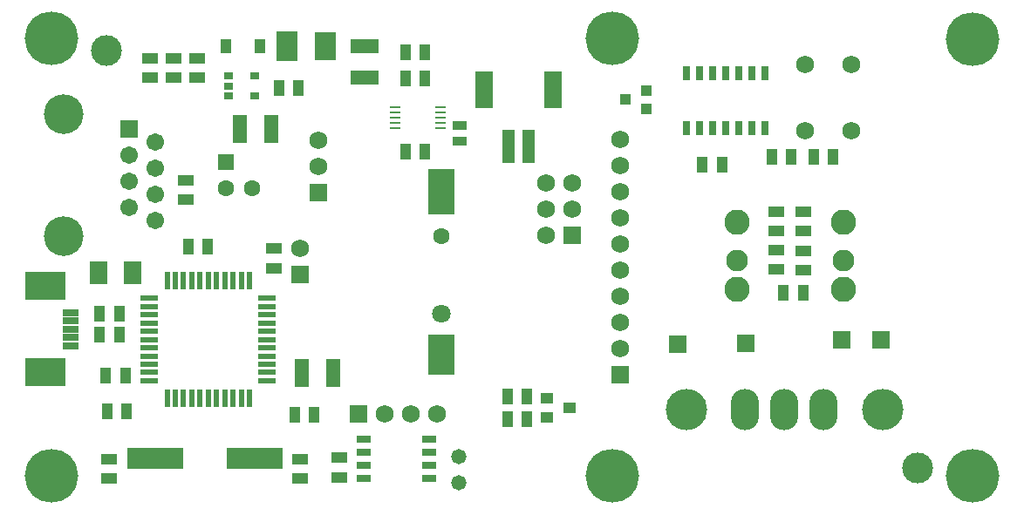
<source format=gts>
G04 (created by PCBNEW (2013-04-19 BZR 4011)-stable) date 27/01/2014 13:36:20*
%MOIN*%
G04 Gerber Fmt 3.4, Leading zero omitted, Abs format*
%FSLAX34Y34*%
G01*
G70*
G90*
G04 APERTURE LIST*
%ADD10C,0*%
%ADD11R,0.0788661X0.106425*%
%ADD12R,0.0788661X0.114299*%
%ADD13R,0.024X0.068*%
%ADD14R,0.068X0.024*%
%ADD15R,0.058X0.108*%
%ADD16R,0.108X0.058*%
%ADD17R,0.068X0.088*%
%ADD18R,0.063X0.043*%
%ADD19R,0.043X0.063*%
%ADD20R,0.0389276X0.0101276*%
%ADD21R,0.1576X0.1064*%
%ADD22R,0.0631X0.0277*%
%ADD23R,0.0438X0.056*%
%ADD24R,0.038X0.028*%
%ADD25C,0.068*%
%ADD26R,0.068X0.068*%
%ADD27R,0.053X0.028*%
%ADD28R,0.053X0.033*%
%ADD29C,0.20485*%
%ADD30C,0.097*%
%ADD31C,0.0832*%
%ADD32C,0.11811*%
%ADD33R,0.218X0.084*%
%ADD34O,0.108X0.158*%
%ADD35C,0.158*%
%ADD36C,0.1517*%
%ADD37R,0.0671X0.0671*%
%ADD38C,0.0671*%
%ADD39R,0.0473701X0.12611*%
%ADD40R,0.0670551X0.141858*%
%ADD41C,0.069*%
%ADD42R,0.0474X0.0395*%
%ADD43R,0.028X0.053*%
%ADD44R,0.044X0.044*%
%ADD45C,0.058*%
%ADD46R,0.0985512X0.177291*%
%ADD47R,0.0985512X0.152094*%
%ADD48C,0.0631181*%
%ADD49C,0.0709921*%
%ADD50R,0.063X0.063*%
%ADD51C,0.063*%
G04 APERTURE END LIST*
G54D10*
G54D11*
X30588Y-15358D03*
G54D12*
X29092Y-15358D03*
G54D13*
X26100Y-24329D03*
X25785Y-24329D03*
X25470Y-24329D03*
X25155Y-24329D03*
X24840Y-24329D03*
X24525Y-24329D03*
X26415Y-24329D03*
X26730Y-24329D03*
X27045Y-24329D03*
X27360Y-24329D03*
X27675Y-24329D03*
X26100Y-28829D03*
X25785Y-28829D03*
X25470Y-28829D03*
X25155Y-28829D03*
X24840Y-28829D03*
X24525Y-28829D03*
X26415Y-28829D03*
X26730Y-28829D03*
X27045Y-28829D03*
X27360Y-28829D03*
X27675Y-28829D03*
G54D14*
X23850Y-26579D03*
X28350Y-26579D03*
X23850Y-26894D03*
X28350Y-26894D03*
X28350Y-27209D03*
X23850Y-27209D03*
X23850Y-27524D03*
X28350Y-27524D03*
X28350Y-27839D03*
X23850Y-27839D03*
X23850Y-28154D03*
X28350Y-28154D03*
X28350Y-26264D03*
X23850Y-26264D03*
X23850Y-25949D03*
X28350Y-25949D03*
X28350Y-25634D03*
X23850Y-25634D03*
X23850Y-25319D03*
X28350Y-25319D03*
X28350Y-25004D03*
X23850Y-25004D03*
G54D15*
X29680Y-27840D03*
X30880Y-27840D03*
G54D16*
X32070Y-15340D03*
X32070Y-16540D03*
G54D15*
X28499Y-18532D03*
X27299Y-18532D03*
G54D17*
X23207Y-24020D03*
X21907Y-24020D03*
G54D18*
X23869Y-16557D03*
X23869Y-15807D03*
G54D19*
X22239Y-29330D03*
X22989Y-29330D03*
X26082Y-23036D03*
X25332Y-23036D03*
X22704Y-25592D03*
X21954Y-25592D03*
X22704Y-26392D03*
X21954Y-26392D03*
X22932Y-27957D03*
X22182Y-27957D03*
G54D18*
X25669Y-16557D03*
X25669Y-15807D03*
X24769Y-16557D03*
X24769Y-15807D03*
G54D19*
X29554Y-16942D03*
X28804Y-16942D03*
G54D20*
X33225Y-17700D03*
X33225Y-17900D03*
X33225Y-18100D03*
X33225Y-18300D03*
X33225Y-18500D03*
X34975Y-18500D03*
X34975Y-18300D03*
X34975Y-18100D03*
X34975Y-17900D03*
X34975Y-17700D03*
G54D21*
X19880Y-27839D03*
X19880Y-24531D03*
G54D22*
X20825Y-26815D03*
X20825Y-26500D03*
X20825Y-25555D03*
X20825Y-25870D03*
X20825Y-26185D03*
G54D23*
X28074Y-15360D03*
X26786Y-15360D03*
G54D24*
X26870Y-16505D03*
X26870Y-17255D03*
X27870Y-16505D03*
X26870Y-16880D03*
X27870Y-17255D03*
G54D25*
X41830Y-18925D03*
X41830Y-19925D03*
X41830Y-22925D03*
X41830Y-23925D03*
G54D26*
X41830Y-27925D03*
G54D25*
X41830Y-26925D03*
X41830Y-25925D03*
X41830Y-24925D03*
X41830Y-21925D03*
X41830Y-20925D03*
G54D19*
X33625Y-15600D03*
X34375Y-15600D03*
X33625Y-16600D03*
X34375Y-16600D03*
G54D26*
X29599Y-24102D03*
G54D25*
X29599Y-23102D03*
G54D18*
X28620Y-23095D03*
X28620Y-23845D03*
G54D27*
X32040Y-31890D03*
X32040Y-31390D03*
X32040Y-30890D03*
X32040Y-30390D03*
X34540Y-30390D03*
X34540Y-30890D03*
X34540Y-31390D03*
X34540Y-31890D03*
G54D18*
X31100Y-31105D03*
X31100Y-31855D03*
G54D19*
X30154Y-29442D03*
X29404Y-29442D03*
X34375Y-19400D03*
X33625Y-19400D03*
G54D28*
X35700Y-18400D03*
X35700Y-19000D03*
G54D18*
X25230Y-21235D03*
X25230Y-20485D03*
G54D29*
X20096Y-15063D03*
X41535Y-15063D03*
X20096Y-31795D03*
X41535Y-31795D03*
G54D18*
X48830Y-21675D03*
X48830Y-22425D03*
X47800Y-21675D03*
X47800Y-22425D03*
X47810Y-23905D03*
X47810Y-23155D03*
X48850Y-23185D03*
X48850Y-23935D03*
G54D19*
X48075Y-24790D03*
X48825Y-24790D03*
G54D30*
X50364Y-22100D03*
G54D31*
X50364Y-23557D03*
G54D30*
X50364Y-24659D03*
X46309Y-24659D03*
G54D31*
X46309Y-23557D03*
G54D30*
X46309Y-22100D03*
G54D29*
X55314Y-15080D03*
X55314Y-31780D03*
G54D32*
X53214Y-31480D03*
X22214Y-15530D03*
G54D18*
X29594Y-31895D03*
X29594Y-31145D03*
X22304Y-31895D03*
X22304Y-31145D03*
G54D33*
X24064Y-31130D03*
X27864Y-31130D03*
G54D34*
X46610Y-29271D03*
X48110Y-29271D03*
X49610Y-29271D03*
G54D35*
X44360Y-29271D03*
X51860Y-29271D03*
G54D36*
X20588Y-22618D03*
X20588Y-17945D03*
G54D37*
X23088Y-18530D03*
G54D38*
X24088Y-19030D03*
X23088Y-19530D03*
X24088Y-20030D03*
X23088Y-20530D03*
X24088Y-21030D03*
X23088Y-21530D03*
X24088Y-22030D03*
G54D39*
X37566Y-19201D03*
X38353Y-19201D03*
G54D40*
X36641Y-17035D03*
X39278Y-17035D03*
G54D41*
X50689Y-16042D03*
X48917Y-16042D03*
X50689Y-18602D03*
X48917Y-18602D03*
G54D42*
X39913Y-29190D03*
X39047Y-29565D03*
X39047Y-28815D03*
G54D43*
X44385Y-18481D03*
X44885Y-18481D03*
X45385Y-18481D03*
X45885Y-18481D03*
X46385Y-18481D03*
X46885Y-18481D03*
X47385Y-18481D03*
X47385Y-16381D03*
X46885Y-16381D03*
X46385Y-16381D03*
X45885Y-16381D03*
X45385Y-16381D03*
X44885Y-16381D03*
X44385Y-16381D03*
G54D19*
X47625Y-19600D03*
X48375Y-19600D03*
X49225Y-19600D03*
X49975Y-19600D03*
X44979Y-19901D03*
X45729Y-19901D03*
X38275Y-29630D03*
X37525Y-29630D03*
G54D44*
X42850Y-17050D03*
X42850Y-17750D03*
X42050Y-17400D03*
G54D26*
X46640Y-26720D03*
G54D19*
X38285Y-28770D03*
X37535Y-28770D03*
G54D45*
X35670Y-32060D03*
X35670Y-31060D03*
G54D26*
X44050Y-26770D03*
X51800Y-26600D03*
X50300Y-26600D03*
X40000Y-22600D03*
G54D25*
X39000Y-22600D03*
X40000Y-21600D03*
X39000Y-21600D03*
X40000Y-20600D03*
X39000Y-20600D03*
G54D26*
X31840Y-29420D03*
G54D25*
X32840Y-29420D03*
X33840Y-29420D03*
X34840Y-29420D03*
G54D46*
X35000Y-20918D03*
G54D47*
X35000Y-27155D03*
G54D48*
X35000Y-22623D03*
G54D49*
X35000Y-25576D03*
G54D50*
X26781Y-19780D03*
G54D51*
X26781Y-20780D03*
X27781Y-20780D03*
G54D26*
X30314Y-20960D03*
G54D25*
X30314Y-19960D03*
X30314Y-18960D03*
M02*

</source>
